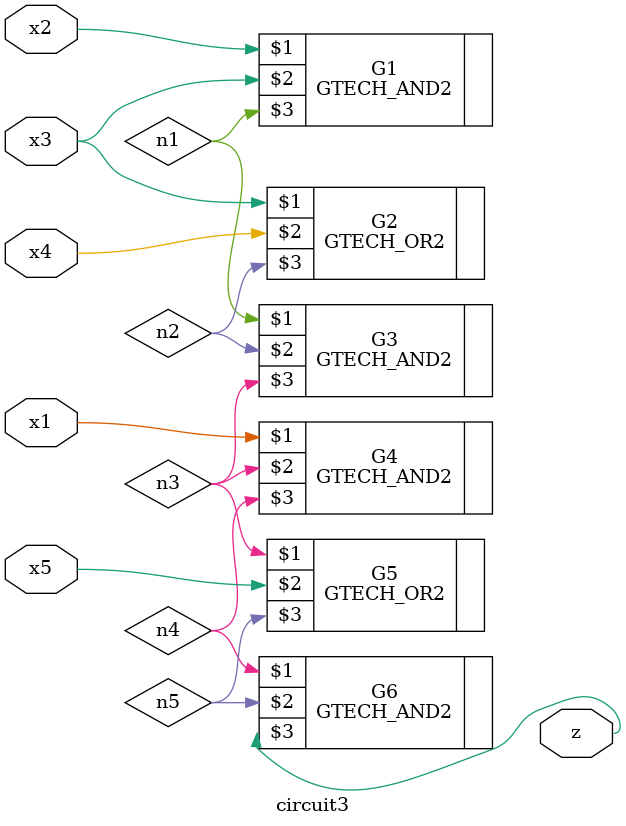
<source format=v>
`include "gtech_lib.v"
module circuit3(x1,x2,x3,x4,x5,z);
input x1,x2,x3,x4,x5;
output z;
wire n1,n2,n3,n4,n5;

GTECH_AND2 G1 (x2,x3,n1);
GTECH_OR2 G2 (x3,x4,n2);
GTECH_AND2 G3 (n1,n2,n3);
GTECH_AND2 G4 (x1,n3,n4);
GTECH_OR2 G5 (n3,x5,n5);
GTECH_AND2 G6 (n4,n5,z);

endmodule
</source>
